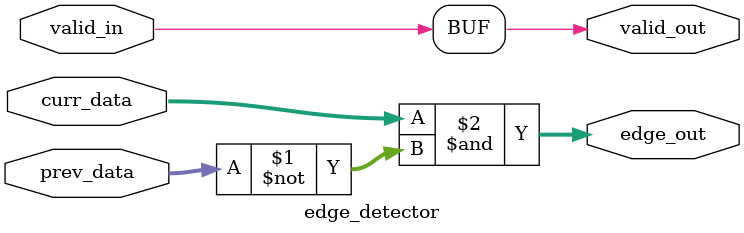
<source format=sv>
module int_ctrl_edge_detect #(parameter WIDTH=8)(
    input  wire             clk,
    input  wire             rst_n,
    input  wire [WIDTH-1:0] async_int,
    input  wire             valid_in,
    output wire [WIDTH-1:0] edge_out,
    output wire             valid_out
);
    // 内部连线
    wire [WIDTH-1:0] sync_data_stage1;
    wire             valid_stage1;
    wire [WIDTH-1:0] sync_data_stage2;
    wire [WIDTH-1:0] prev_data_stage2;
    wire             valid_stage2;

    // 子模块实例化
    input_synchronizer #(
        .WIDTH(WIDTH)
    ) u_input_synchronizer (
        .clk        (clk),
        .rst_n      (rst_n),
        .async_in   (async_int),
        .valid_in   (valid_in),
        .sync_out   (sync_data_stage1),
        .valid_out  (valid_stage1)
    );

    data_pipeline #(
        .WIDTH(WIDTH)
    ) u_data_pipeline (
        .clk        (clk),
        .rst_n      (rst_n),
        .data_in    (sync_data_stage1),
        .valid_in   (valid_stage1),
        .curr_data  (sync_data_stage2),
        .prev_data  (prev_data_stage2),
        .valid_out  (valid_stage2)
    );

    edge_detector #(
        .WIDTH(WIDTH)
    ) u_edge_detector (
        .curr_data  (sync_data_stage2),
        .prev_data  (prev_data_stage2),
        .valid_in   (valid_stage2),
        .edge_out   (edge_out),
        .valid_out  (valid_out)
    );

endmodule

// 子模块1: 输入同步器
module input_synchronizer #(parameter WIDTH=8)(
    input  wire             clk,
    input  wire             rst_n,
    input  wire [WIDTH-1:0] async_in,
    input  wire             valid_in,
    output reg  [WIDTH-1:0] sync_out,
    output reg              valid_out
);
    // 流水线第一级：同步输入
    always @(posedge clk or negedge rst_n) begin
        if (!rst_n) begin
            sync_out  <= {WIDTH{1'b0}};
            valid_out <= 1'b0;
        end else begin
            sync_out  <= async_in;
            valid_out <= valid_in;
        end
    end
endmodule

// 子模块2: 数据流水线
module data_pipeline #(parameter WIDTH=8)(
    input  wire             clk,
    input  wire             rst_n,
    input  wire [WIDTH-1:0] data_in,
    input  wire             valid_in,
    output reg  [WIDTH-1:0] curr_data,
    output reg  [WIDTH-1:0] prev_data,
    output reg              valid_out
);
    // 流水线第二级：保存当前值和前一个值
    always @(posedge clk or negedge rst_n) begin
        if (!rst_n) begin
            curr_data <= {WIDTH{1'b0}};
            prev_data <= {WIDTH{1'b0}};
            valid_out <= 1'b0;
        end else begin
            curr_data <= data_in;
            prev_data <= curr_data;
            valid_out <= valid_in;
        end
    end
endmodule

// 子模块3: 边沿检测器
module edge_detector #(parameter WIDTH=8)(
    input  wire [WIDTH-1:0] curr_data,
    input  wire [WIDTH-1:0] prev_data,
    input  wire             valid_in,
    output wire [WIDTH-1:0] edge_out,
    output wire             valid_out
);
    // 上升沿检测逻辑
    assign edge_out = curr_data & ~prev_data;
    assign valid_out = valid_in;
endmodule
</source>
